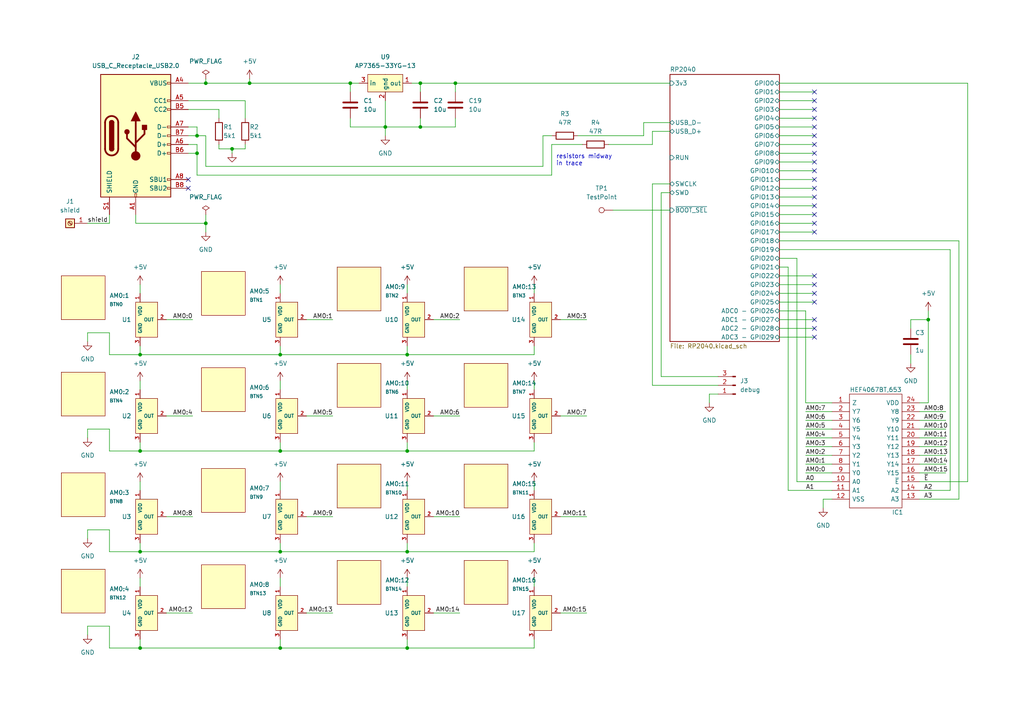
<source format=kicad_sch>
(kicad_sch (version 20211123) (generator eeschema)
  (paper "A4")
  (lib_symbols
    (symbol "49e:Hall_Sensor" (pin_names (offset 1.016))
      (property "Reference" "U?" (at -4.5212 0.9652 0))
      (symbol "Hall_Sensor_0_1"
        (rectangle (start -3.81 5.08) (end 2.54 -5.08) (fill (type background)))
      )
      (symbol "Hall_Sensor_1_1"
        (pin power_in line (at -2.54 7.62 270) (length 2.54) (name "VDD") (number "1"))
        (pin output line (at 5.08 0 180) (length 2.54) (name "OUT") (number "2"))
        (pin power_in line (at -2.54 -7.62 90) (length 2.54) (name "GND") (number "3"))
      )
    )
    (symbol "AP7365-33YG-13:AP7365-33YG-13"
      (property "Reference" "U" (at 1.27 -3.81 0))
      (property "Value" "AP7365-33YG-13" (at 1.27 3.81 0))
      (symbol "AP7365-33YG-13_0_1"
        (rectangle (start 0 2.54) (end 0 2.54))
        (rectangle (start 5.08 -2.54) (end -5.08 2.54) (fill (type background)))
      )
      (symbol "AP7365-33YG-13_1_1"
        (pin power_out line (at 7.62 0 180) (length 2.54) (name "out") (number "1"))
        (pin power_in line (at 0 -5.08 90) (length 2.54) (name "gnd") (number "2"))
        (pin power_in line (at -7.62 0 0) (length 2.54) (name "in") (number "3"))
      )
    )
    (symbol "Connector:Conn_01x03_Male" (pin_names (offset 1.016) hide)
      (property "Reference" "J" (at 0 5.08 0))
      (property "Value" "Conn_01x03_Male" (at 0 -5.08 0))
      (symbol "Conn_01x03_Male_1_1"
        (polyline (pts (xy 1.27 -2.54) (xy 0.8636 -2.54)) (stroke (width 0.1524)))
        (polyline (pts (xy 1.27 0) (xy 0.8636 0)) (stroke (width 0.1524)))
        (polyline (pts (xy 1.27 2.54) (xy 0.8636 2.54)) (stroke (width 0.1524)))
        (rectangle (start 0.8636 -2.413) (end 0 -2.667) (stroke (width 0.1524)) (fill (type outline)))
        (rectangle (start 0.8636 0.127) (end 0 -0.127) (stroke (width 0.1524)) (fill (type outline)))
        (rectangle (start 0.8636 2.667) (end 0 2.413) (stroke (width 0.1524)) (fill (type outline)))
        (pin passive line (at 5.08 2.54 180) (length 3.81) (name "Pin_1") (number "1"))
        (pin passive line (at 5.08 0 180) (length 3.81) (name "Pin_2") (number "2"))
        (pin passive line (at 5.08 -2.54 180) (length 3.81) (name "Pin_3") (number "3"))
      )
    )
    (symbol "Connector:Screw_Terminal_01x01" (pin_names (offset 1.016) hide)
      (property "Reference" "J" (at 0 2.54 0))
      (property "Value" "Screw_Terminal_01x01" (at 0 -2.54 0))
      (symbol "Screw_Terminal_01x01_1_1"
        (rectangle (start -1.27 1.27) (end 1.27 -1.27) (stroke (width 0.254)) (fill (type background)))
        (polyline (pts (xy -0.5334 0.3302) (xy 0.3302 -0.508)) (stroke (width 0.1524)))
        (polyline (pts (xy -0.3556 0.508) (xy 0.508 -0.3302)) (stroke (width 0.1524)))
        (circle (center 0 0) (radius 0.635) (stroke (width 0.1524)))
        (pin passive line (at -5.08 0 0) (length 3.81) (name "Pin_1") (number "1"))
      )
    )
    (symbol "Connector:TestPoint" (pin_numbers hide) (pin_names (offset 0.762) hide)
      (property "Reference" "TP" (at 0 6.858 0))
      (property "Value" "TestPoint" (at 0 5.08 0))
      (symbol "TestPoint_0_1"
        (circle (center 0 3.302) (radius 0.762))
      )
      (symbol "TestPoint_1_1"
        (pin passive line (at 0 0 90) (length 2.54) (name "1") (number "1"))
      )
    )
    (symbol "Connector:USB_C_Receptacle_USB2.0" (pin_names (offset 1.016))
      (property "Reference" "J" (at -10.16 19.05 0))
      (property "Value" "USB_C_Receptacle_USB2.0" (at 19.05 19.05 0))
      (symbol "USB_C_Receptacle_USB2.0_0_0"
        (rectangle (start -0.254 -17.78) (end 0.254 -16.764))
        (rectangle (start 10.16 -14.986) (end 9.144 -15.494))
        (rectangle (start 10.16 -12.446) (end 9.144 -12.954))
        (rectangle (start 10.16 -4.826) (end 9.144 -5.334))
        (rectangle (start 10.16 -2.286) (end 9.144 -2.794))
        (rectangle (start 10.16 0.254) (end 9.144 -0.254))
        (rectangle (start 10.16 2.794) (end 9.144 2.286))
        (rectangle (start 10.16 7.874) (end 9.144 7.366))
        (rectangle (start 10.16 10.414) (end 9.144 9.906))
        (rectangle (start 10.16 15.494) (end 9.144 14.986))
      )
      (symbol "USB_C_Receptacle_USB2.0_0_1"
        (rectangle (start -10.16 17.78) (end 10.16 -17.78) (stroke (width 0.254)) (fill (type background)))
        (arc (start -8.89 -3.81) (mid -6.985 -5.715) (end -5.08 -3.81) (stroke (width 0.508)))
        (arc (start -7.62 -3.81) (mid -6.985 -4.445) (end -6.35 -3.81) (stroke (width 0.254)))
        (arc (start -7.62 -3.81) (mid -6.985 -4.445) (end -6.35 -3.81) (stroke (width 0.254)) (fill (type outline)))
        (rectangle (start -7.62 -3.81) (end -6.35 3.81) (stroke (width 0.254)) (fill (type outline)))
        (arc (start -6.35 3.81) (mid -6.985 4.445) (end -7.62 3.81) (stroke (width 0.254)))
        (arc (start -6.35 3.81) (mid -6.985 4.445) (end -7.62 3.81) (stroke (width 0.254)) (fill (type outline)))
        (arc (start -5.08 3.81) (mid -6.985 5.715) (end -8.89 3.81) (stroke (width 0.508)))
        (circle (center -2.54 1.143) (radius 0.635) (stroke (width 0.254)) (fill (type outline)))
        (circle (center 0 -5.842) (radius 1.27) (fill (type outline)))
        (polyline (pts (xy -8.89 -3.81) (xy -8.89 3.81)) (stroke (width 0.508)))
        (polyline (pts (xy -5.08 3.81) (xy -5.08 -3.81)) (stroke (width 0.508)))
        (polyline (pts (xy 0 -5.842) (xy 0 4.318)) (stroke (width 0.508)))
        (polyline (pts (xy 0 -3.302) (xy -2.54 -0.762) (xy -2.54 0.508)) (stroke (width 0.508)))
        (polyline (pts (xy 0 -2.032) (xy 2.54 0.508) (xy 2.54 1.778)) (stroke (width 0.508)))
        (polyline (pts (xy -1.27 4.318) (xy 0 6.858) (xy 1.27 4.318) (xy -1.27 4.318)) (stroke (width 0.254)) (fill (type outline)))
        (rectangle (start 1.905 1.778) (end 3.175 3.048) (stroke (width 0.254)) (fill (type outline)))
      )
      (symbol "USB_C_Receptacle_USB2.0_1_1"
        (pin passive line (at 0 -22.86 90) (length 5.08) (name "GND") (number "A1"))
        (pin passive line (at 0 -22.86 90) (length 5.08) hide (name "GND") (number "A12"))
        (pin passive line (at 15.24 15.24 180) (length 5.08) (name "VBUS") (number "A4"))
        (pin bidirectional line (at 15.24 10.16 180) (length 5.08) (name "CC1") (number "A5"))
        (pin bidirectional line (at 15.24 -2.54 180) (length 5.08) (name "D+") (number "A6"))
        (pin bidirectional line (at 15.24 2.54 180) (length 5.08) (name "D-") (number "A7"))
        (pin bidirectional line (at 15.24 -12.7 180) (length 5.08) (name "SBU1") (number "A8"))
        (pin passive line (at 15.24 15.24 180) (length 5.08) hide (name "VBUS") (number "A9"))
        (pin passive line (at 0 -22.86 90) (length 5.08) hide (name "GND") (number "B1"))
        (pin passive line (at 0 -22.86 90) (length 5.08) hide (name "GND") (number "B12"))
        (pin passive line (at 15.24 15.24 180) (length 5.08) hide (name "VBUS") (number "B4"))
        (pin bidirectional line (at 15.24 7.62 180) (length 5.08) (name "CC2") (number "B5"))
        (pin bidirectional line (at 15.24 -5.08 180) (length 5.08) (name "D+") (number "B6"))
        (pin bidirectional line (at 15.24 0 180) (length 5.08) (name "D-") (number "B7"))
        (pin bidirectional line (at 15.24 -15.24 180) (length 5.08) (name "SBU2") (number "B8"))
        (pin passive line (at 15.24 15.24 180) (length 5.08) hide (name "VBUS") (number "B9"))
        (pin passive line (at -7.62 -22.86 90) (length 5.08) (name "SHIELD") (number "S1"))
      )
    )
    (symbol "Device:C" (pin_numbers hide) (pin_names (offset 0.254))
      (property "Reference" "C" (at 0.635 2.54 0))
      (property "Value" "C" (at 0.635 -2.54 0))
      (symbol "C_0_1"
        (polyline (pts (xy -2.032 -0.762) (xy 2.032 -0.762)) (stroke (width 0.508)))
        (polyline (pts (xy -2.032 0.762) (xy 2.032 0.762)) (stroke (width 0.508)))
      )
      (symbol "C_1_1"
        (pin passive line (at 0 3.81 270) (length 2.794) (name "~") (number "1"))
        (pin passive line (at 0 -3.81 90) (length 2.794) (name "~") (number "2"))
      )
    )
    (symbol "Device:R" (pin_numbers hide) (pin_names (offset 0))
      (property "Reference" "R" (at 2.032 0 90))
      (property "Value" "R" (at 0 0 90))
      (symbol "R_0_1"
        (rectangle (start -1.016 -2.54) (end 1.016 2.54) (stroke (width 0.254)))
      )
      (symbol "R_1_1"
        (pin passive line (at 0 3.81 270) (length 1.27) (name "~") (number "1"))
        (pin passive line (at 0 -3.81 90) (length 1.27) (name "~") (number "2"))
      )
    )
    (symbol "HEF4067BT_653:HEF4067BT,653" (pin_names (offset 0.762))
      (property "Reference" "IC" (at 21.59 7.62 0))
      (property "Value" "HEF4067BT,653" (at 21.59 5.08 0))
      (symbol "HEF4067BT,653_0_0"
        (pin passive line (at 0 0 0) (length 5.08) (name "Z") (number "1"))
        (pin passive line (at 0 -22.86 0) (length 5.08) (name "A0") (number "10"))
        (pin passive line (at 0 -25.4 0) (length 5.08) (name "A1") (number "11"))
        (pin passive line (at 0 -27.94 0) (length 5.08) (name "VSS") (number "12"))
        (pin passive line (at 25.4 -27.94 180) (length 5.08) (name "A3") (number "13"))
        (pin passive line (at 25.4 -25.4 180) (length 5.08) (name "A2") (number "14"))
        (pin passive line (at 25.4 -22.86 180) (length 5.08) (name "~{E}") (number "15"))
        (pin passive line (at 25.4 -20.32 180) (length 5.08) (name "Y15") (number "16"))
        (pin passive line (at 25.4 -17.78 180) (length 5.08) (name "Y14") (number "17"))
        (pin passive line (at 25.4 -15.24 180) (length 5.08) (name "Y13") (number "18"))
        (pin passive line (at 25.4 -12.7 180) (length 5.08) (name "Y12") (number "19"))
        (pin passive line (at 0 -2.54 0) (length 5.08) (name "Y7") (number "2"))
        (pin passive line (at 25.4 -10.16 180) (length 5.08) (name "Y11") (number "20"))
        (pin passive line (at 25.4 -7.62 180) (length 5.08) (name "Y10") (number "21"))
        (pin passive line (at 25.4 -5.08 180) (length 5.08) (name "Y9") (number "22"))
        (pin passive line (at 25.4 -2.54 180) (length 5.08) (name "Y8") (number "23"))
        (pin passive line (at 25.4 0 180) (length 5.08) (name "VDD") (number "24"))
        (pin passive line (at 0 -5.08 0) (length 5.08) (name "Y6") (number "3"))
        (pin passive line (at 0 -7.62 0) (length 5.08) (name "Y5") (number "4"))
        (pin passive line (at 0 -10.16 0) (length 5.08) (name "Y4") (number "5"))
        (pin passive line (at 0 -12.7 0) (length 5.08) (name "Y3") (number "6"))
        (pin passive line (at 0 -15.24 0) (length 5.08) (name "Y2") (number "7"))
        (pin passive line (at 0 -17.78 0) (length 5.08) (name "Y1") (number "8"))
        (pin passive line (at 0 -20.32 0) (length 5.08) (name "Y0") (number "9"))
      )
      (symbol "HEF4067BT,653_0_1"
        (polyline (pts (xy 5.08 2.54) (xy 20.32 2.54) (xy 20.32 -30.48) (xy 5.08 -30.48) (xy 5.08 2.54)) (stroke (width 0.1524)))
      )
    )
    (symbol "power:+5V" (power) (pin_names (offset 0))
      (property "Value" "+5V" (at 0 3.556 0))
      (symbol "+5V_0_1"
        (polyline (pts (xy -0.762 1.27) (xy 0 2.54)))
        (polyline (pts (xy 0 0) (xy 0 2.54)))
        (polyline (pts (xy 0 2.54) (xy 0.762 1.27)))
      )
      (symbol "+5V_1_1"
        (pin power_in line (at 0 0 90) (length 0) hide (name "+5V") (number "1"))
      )
    )
    (symbol "power:GND" (power) (pin_names (offset 0))
      (property "Value" "GND" (at 0 -3.81 0))
      (symbol "GND_0_1"
        (polyline (pts (xy 0 0) (xy 0 -1.27) (xy 1.27 -1.27) (xy 0 -2.54) (xy -1.27 -1.27) (xy 0 -1.27)))
      )
      (symbol "GND_1_1"
        (pin power_in line (at 0 0 270) (length 0) hide (name "GND") (number "1"))
      )
    )
    (symbol "power:PWR_FLAG" (power) (pin_numbers hide) (pin_names (offset 0) hide)
      (property "Value" "PWR_FLAG" (at 0 3.81 0))
      (symbol "PWR_FLAG_0_0"
        (pin power_out line (at 0 0 90) (length 0) (name "pwr") (number "1"))
      )
      (symbol "PWR_FLAG_0_1"
        (polyline (pts (xy 0 0) (xy 0 1.27) (xy -1.016 1.905) (xy 0 2.54) (xy 1.016 1.905) (xy 0 1.27)))
      )
    )
    (symbol "voidswitch:VoidSwitch" (pin_names (offset 1.016)) (in_bom no)
      (property "Reference" "AM0:0" (at 0 -2.54 0))
      (property "Value" "VoidSwitch" (at 0 2.54 0))
      (symbol "VoidSwitch_0_1"
        (rectangle (start -6.35 6.35) (end 6.35 -6.35) (fill (type background)))
      )
    )
  )
  (junction (at 57.15 44.45))
  (junction (at 101.6 24.13))
  (junction (at 118.11 130.81))
  (junction (at 67.31 43.18))
  (junction (at 111.76 36.83))
  (junction (at 40.64 102.87))
  (junction (at 59.69 64.77))
  (junction (at 121.92 24.13))
  (junction (at 57.15 39.37))
  (junction (at 118.11 187.96))
  (junction (at 59.69 24.13))
  (junction (at 40.64 160.02))
  (junction (at 81.28 160.02))
  (junction (at 121.92 36.83))
  (junction (at 269.24 92.71))
  (junction (at 40.64 130.81))
  (junction (at 72.39 24.13))
  (junction (at 81.28 187.96))
  (junction (at 81.28 102.87))
  (junction (at 40.64 187.96))
  (junction (at 118.11 102.87))
  (junction (at 81.28 130.81))
  (junction (at 118.11 160.02))
  (junction (at 132.08 24.13))
  (no_connect (at 236.22 64.77))
  (no_connect (at 236.22 62.23))
  (no_connect (at 236.22 46.99))
  (no_connect (at 236.22 52.07))
  (no_connect (at 236.22 49.53))
  (no_connect (at 236.22 87.63))
  (no_connect (at 236.22 97.79))
  (no_connect (at 236.22 59.69))
  (no_connect (at 236.22 82.55))
  (no_connect (at 236.22 31.75))
  (no_connect (at 236.22 92.71))
  (no_connect (at 236.22 95.25))
  (no_connect (at 236.22 85.09))
  (no_connect (at 236.22 44.45))
  (no_connect (at 236.22 67.31))
  (no_connect (at 236.22 41.91))
  (no_connect (at 236.22 80.01))
  (no_connect (at 236.22 29.21))
  (no_connect (at 236.22 39.37))
  (no_connect (at 236.22 34.29))
  (no_connect (at 236.22 54.61))
  (no_connect (at 54.61 54.61))
  (no_connect (at 54.61 52.07))
  (no_connect (at 236.22 57.15))
  (no_connect (at 236.22 26.67))
  (no_connect (at 236.22 36.83))
  (wire (pts (xy 133.35 120.65) (xy 125.73 120.65)))
  (wire (pts (xy 154.94 187.96) (xy 154.94 185.42)))
  (wire (pts (xy 25.4 96.52) (xy 25.4 99.06)))
  (wire (pts (xy 59.69 39.37) (xy 59.69 48.26)))
  (wire (pts (xy 25.4 64.77) (xy 31.75 64.77)))
  (wire (pts (xy 111.76 36.83) (xy 121.92 36.83)))
  (wire (pts (xy 241.3 116.84) (xy 233.68 116.84)))
  (wire (pts (xy 189.23 111.76) (xy 189.23 53.34)))
  (wire (pts (xy 63.5 34.29) (xy 63.5 31.75)))
  (wire (pts (xy 118.11 160.02) (xy 118.11 157.48)))
  (wire (pts (xy 241.3 142.24) (xy 228.6 142.24)))
  (wire (pts (xy 96.52 92.71) (xy 88.9 92.71)))
  (wire (pts (xy 226.06 49.53) (xy 236.22 49.53)))
  (wire (pts (xy 226.06 64.77) (xy 236.22 64.77)))
  (wire (pts (xy 118.11 102.87) (xy 154.94 102.87)))
  (wire (pts (xy 55.88 92.71) (xy 48.26 92.71)))
  (wire (pts (xy 226.06 41.91) (xy 236.22 41.91)))
  (wire (pts (xy 233.68 116.84) (xy 233.68 90.17)))
  (wire (pts (xy 226.06 57.15) (xy 236.22 57.15)))
  (wire (pts (xy 170.18 177.8) (xy 162.56 177.8)))
  (wire (pts (xy 266.7 124.46) (xy 274.32 124.46)))
  (wire (pts (xy 54.61 39.37) (xy 57.15 39.37)))
  (wire (pts (xy 189.23 53.34) (xy 194.31 53.34)))
  (wire (pts (xy 157.48 48.26) (xy 157.48 39.37)))
  (wire (pts (xy 57.15 39.37) (xy 57.15 36.83)))
  (wire (pts (xy 40.64 160.02) (xy 81.28 160.02)))
  (wire (pts (xy 55.88 120.65) (xy 48.26 120.65)))
  (wire (pts (xy 266.7 134.62) (xy 274.32 134.62)))
  (wire (pts (xy 96.52 149.86) (xy 88.9 149.86)))
  (wire (pts (xy 31.75 102.87) (xy 40.64 102.87)))
  (wire (pts (xy 96.52 177.8) (xy 88.9 177.8)))
  (wire (pts (xy 226.06 46.99) (xy 236.22 46.99)))
  (wire (pts (xy 40.64 167.64) (xy 40.64 170.18)))
  (wire (pts (xy 226.06 85.09) (xy 236.22 85.09)))
  (wire (pts (xy 81.28 100.33) (xy 81.28 102.87)))
  (wire (pts (xy 233.68 90.17) (xy 226.06 90.17)))
  (wire (pts (xy 81.28 130.81) (xy 81.28 128.27)))
  (wire (pts (xy 226.06 74.93) (xy 231.14 74.93)))
  (wire (pts (xy 101.6 24.13) (xy 101.6 26.67)))
  (wire (pts (xy 25.4 153.67) (xy 25.4 156.21)))
  (wire (pts (xy 177.8 60.96) (xy 194.31 60.96)))
  (wire (pts (xy 233.68 127) (xy 241.3 127)))
  (wire (pts (xy 40.64 185.42) (xy 40.64 187.96)))
  (wire (pts (xy 63.5 41.91) (xy 63.5 43.18)))
  (wire (pts (xy 67.31 43.18) (xy 63.5 43.18)))
  (wire (pts (xy 233.68 132.08) (xy 241.3 132.08)))
  (wire (pts (xy 111.76 36.83) (xy 111.76 39.37)))
  (wire (pts (xy 132.08 34.29) (xy 132.08 36.83)))
  (wire (pts (xy 57.15 50.8) (xy 160.02 50.8)))
  (wire (pts (xy 167.64 39.37) (xy 186.69 39.37)))
  (wire (pts (xy 31.75 187.96) (xy 40.64 187.96)))
  (wire (pts (xy 132.08 36.83) (xy 121.92 36.83)))
  (wire (pts (xy 266.7 137.16) (xy 274.32 137.16)))
  (wire (pts (xy 111.76 36.83) (xy 101.6 36.83)))
  (wire (pts (xy 25.4 181.61) (xy 25.4 184.15)))
  (wire (pts (xy 157.48 39.37) (xy 160.02 39.37)))
  (wire (pts (xy 275.59 72.39) (xy 275.59 142.24)))
  (wire (pts (xy 57.15 50.8) (xy 57.15 44.45)))
  (wire (pts (xy 228.6 77.47) (xy 228.6 142.24)))
  (wire (pts (xy 121.92 24.13) (xy 119.38 24.13)))
  (wire (pts (xy 54.61 29.21) (xy 71.12 29.21)))
  (wire (pts (xy 118.11 139.7) (xy 118.11 142.24)))
  (wire (pts (xy 269.24 90.17) (xy 269.24 92.71)))
  (wire (pts (xy 81.28 102.87) (xy 118.11 102.87)))
  (wire (pts (xy 280.67 24.13) (xy 226.06 24.13)))
  (wire (pts (xy 226.06 34.29) (xy 236.22 34.29)))
  (wire (pts (xy 266.7 129.54) (xy 274.32 129.54)))
  (wire (pts (xy 238.76 144.78) (xy 241.3 144.78)))
  (wire (pts (xy 72.39 24.13) (xy 101.6 24.13)))
  (wire (pts (xy 57.15 39.37) (xy 59.69 39.37)))
  (wire (pts (xy 170.18 92.71) (xy 162.56 92.71)))
  (wire (pts (xy 118.11 187.96) (xy 154.94 187.96)))
  (wire (pts (xy 118.11 110.49) (xy 118.11 113.03)))
  (wire (pts (xy 25.4 124.46) (xy 25.4 127)))
  (wire (pts (xy 133.35 149.86) (xy 125.73 149.86)))
  (wire (pts (xy 71.12 41.91) (xy 71.12 43.18)))
  (wire (pts (xy 104.14 24.13) (xy 101.6 24.13)))
  (wire (pts (xy 160.02 41.91) (xy 168.91 41.91)))
  (wire (pts (xy 31.75 64.77) (xy 31.75 62.23)))
  (wire (pts (xy 57.15 44.45) (xy 54.61 44.45)))
  (wire (pts (xy 59.69 48.26) (xy 157.48 48.26)))
  (wire (pts (xy 59.69 22.86) (xy 59.69 24.13)))
  (wire (pts (xy 81.28 130.81) (xy 118.11 130.81)))
  (wire (pts (xy 40.64 102.87) (xy 81.28 102.87)))
  (wire (pts (xy 170.18 149.86) (xy 162.56 149.86)))
  (wire (pts (xy 118.11 102.87) (xy 118.11 100.33)))
  (wire (pts (xy 59.69 62.23) (xy 59.69 64.77)))
  (wire (pts (xy 191.77 109.22) (xy 191.77 55.88)))
  (wire (pts (xy 133.35 92.71) (xy 125.73 92.71)))
  (wire (pts (xy 31.75 96.52) (xy 31.75 102.87)))
  (wire (pts (xy 226.06 67.31) (xy 236.22 67.31)))
  (wire (pts (xy 40.64 128.27) (xy 40.64 130.81)))
  (wire (pts (xy 208.28 109.22) (xy 191.77 109.22)))
  (wire (pts (xy 226.06 36.83) (xy 236.22 36.83)))
  (wire (pts (xy 266.7 132.08) (xy 274.32 132.08)))
  (wire (pts (xy 208.28 111.76) (xy 189.23 111.76)))
  (wire (pts (xy 40.64 82.55) (xy 40.64 85.09)))
  (wire (pts (xy 226.06 95.25) (xy 236.22 95.25)))
  (wire (pts (xy 176.53 41.91) (xy 189.23 41.91)))
  (wire (pts (xy 226.06 39.37) (xy 236.22 39.37)))
  (wire (pts (xy 154.94 167.64) (xy 154.94 170.18)))
  (wire (pts (xy 226.06 80.01) (xy 236.22 80.01)))
  (wire (pts (xy 191.77 55.88) (xy 194.31 55.88)))
  (wire (pts (xy 264.16 95.25) (xy 264.16 92.71)))
  (wire (pts (xy 118.11 187.96) (xy 118.11 185.42)))
  (wire (pts (xy 226.06 97.79) (xy 236.22 97.79)))
  (wire (pts (xy 226.06 69.85) (xy 278.13 69.85)))
  (wire (pts (xy 40.64 100.33) (xy 40.64 102.87)))
  (wire (pts (xy 31.75 160.02) (xy 40.64 160.02)))
  (wire (pts (xy 160.02 50.8) (xy 160.02 41.91)))
  (wire (pts (xy 118.11 167.64) (xy 118.11 170.18)))
  (wire (pts (xy 67.31 43.18) (xy 71.12 43.18)))
  (wire (pts (xy 40.64 139.7) (xy 40.64 142.24)))
  (wire (pts (xy 121.92 36.83) (xy 121.92 34.29)))
  (wire (pts (xy 81.28 167.64) (xy 81.28 170.18)))
  (wire (pts (xy 233.68 124.46) (xy 241.3 124.46)))
  (wire (pts (xy 226.06 62.23) (xy 236.22 62.23)))
  (wire (pts (xy 266.7 127) (xy 274.32 127)))
  (wire (pts (xy 241.3 139.7) (xy 231.14 139.7)))
  (wire (pts (xy 81.28 82.55) (xy 81.28 85.09)))
  (wire (pts (xy 226.06 82.55) (xy 236.22 82.55)))
  (wire (pts (xy 71.12 29.21) (xy 71.12 34.29)))
  (wire (pts (xy 25.4 124.46) (xy 31.75 124.46)))
  (wire (pts (xy 226.06 54.61) (xy 236.22 54.61)))
  (wire (pts (xy 118.11 82.55) (xy 118.11 85.09)))
  (wire (pts (xy 266.7 139.7) (xy 280.67 139.7)))
  (wire (pts (xy 154.94 110.49) (xy 154.94 113.03)))
  (wire (pts (xy 280.67 139.7) (xy 280.67 24.13)))
  (wire (pts (xy 226.06 44.45) (xy 236.22 44.45)))
  (wire (pts (xy 39.37 62.23) (xy 39.37 64.77)))
  (wire (pts (xy 25.4 181.61) (xy 31.75 181.61)))
  (wire (pts (xy 226.06 52.07) (xy 236.22 52.07)))
  (wire (pts (xy 233.68 129.54) (xy 241.3 129.54)))
  (wire (pts (xy 40.64 157.48) (xy 40.64 160.02)))
  (wire (pts (xy 266.7 116.84) (xy 269.24 116.84)))
  (wire (pts (xy 189.23 38.1) (xy 194.31 38.1)))
  (wire (pts (xy 72.39 22.86) (xy 72.39 24.13)))
  (wire (pts (xy 81.28 110.49) (xy 81.28 113.03)))
  (wire (pts (xy 266.7 121.92) (xy 274.32 121.92)))
  (wire (pts (xy 266.7 144.78) (xy 278.13 144.78)))
  (wire (pts (xy 132.08 24.13) (xy 194.31 24.13)))
  (wire (pts (xy 233.68 121.92) (xy 241.3 121.92)))
  (wire (pts (xy 233.68 119.38) (xy 241.3 119.38)))
  (wire (pts (xy 101.6 36.83) (xy 101.6 34.29)))
  (wire (pts (xy 154.94 130.81) (xy 154.94 128.27)))
  (wire (pts (xy 231.14 139.7) (xy 231.14 74.93)))
  (wire (pts (xy 40.64 110.49) (xy 40.64 113.03)))
  (wire (pts (xy 275.59 72.39) (xy 226.06 72.39)))
  (wire (pts (xy 54.61 41.91) (xy 57.15 41.91)))
  (wire (pts (xy 31.75 130.81) (xy 40.64 130.81)))
  (wire (pts (xy 55.88 177.8) (xy 48.26 177.8)))
  (wire (pts (xy 226.06 59.69) (xy 236.22 59.69)))
  (wire (pts (xy 54.61 24.13) (xy 59.69 24.13)))
  (wire (pts (xy 186.69 39.37) (xy 186.69 35.56)))
  (wire (pts (xy 226.06 77.47) (xy 228.6 77.47)))
  (wire (pts (xy 57.15 36.83) (xy 54.61 36.83)))
  (wire (pts (xy 154.94 139.7) (xy 154.94 142.24)))
  (wire (pts (xy 31.75 153.67) (xy 31.75 160.02)))
  (wire (pts (xy 205.74 116.84) (xy 205.74 114.3)))
  (wire (pts (xy 57.15 41.91) (xy 57.15 44.45)))
  (wire (pts (xy 226.06 87.63) (xy 236.22 87.63)))
  (wire (pts (xy 238.76 147.32) (xy 238.76 144.78)))
  (wire (pts (xy 205.74 114.3) (xy 208.28 114.3)))
  (wire (pts (xy 59.69 24.13) (xy 72.39 24.13)))
  (wire (pts (xy 266.7 119.38) (xy 274.32 119.38)))
  (wire (pts (xy 226.06 92.71) (xy 236.22 92.71)))
  (wire (pts (xy 189.23 41.91) (xy 189.23 38.1)))
  (wire (pts (xy 40.64 187.96) (xy 81.28 187.96)))
  (wire (pts (xy 154.94 102.87) (xy 154.94 100.33)))
  (wire (pts (xy 39.37 64.77) (xy 59.69 64.77)))
  (wire (pts (xy 81.28 160.02) (xy 81.28 157.48)))
  (wire (pts (xy 121.92 26.67) (xy 121.92 24.13)))
  (wire (pts (xy 25.4 96.52) (xy 31.75 96.52)))
  (wire (pts (xy 96.52 120.65) (xy 88.9 120.65)))
  (wire (pts (xy 269.24 92.71) (xy 269.24 116.84)))
  (wire (pts (xy 63.5 31.75) (xy 54.61 31.75)))
  (wire (pts (xy 226.06 31.75) (xy 236.22 31.75)))
  (wire (pts (xy 59.69 64.77) (xy 59.69 67.31)))
  (wire (pts (xy 264.16 102.87) (xy 264.16 105.41)))
  (wire (pts (xy 67.31 43.18) (xy 67.31 44.45)))
  (wire (pts (xy 133.35 177.8) (xy 125.73 177.8)))
  (wire (pts (xy 266.7 142.24) (xy 275.59 142.24)))
  (wire (pts (xy 40.64 130.81) (xy 81.28 130.81)))
  (wire (pts (xy 31.75 124.46) (xy 31.75 130.81)))
  (wire (pts (xy 170.18 120.65) (xy 162.56 120.65)))
  (wire (pts (xy 132.08 24.13) (xy 132.08 26.67)))
  (wire (pts (xy 81.28 160.02) (xy 118.11 160.02)))
  (wire (pts (xy 264.16 92.71) (xy 269.24 92.71)))
  (wire (pts (xy 81.28 187.96) (xy 118.11 187.96)))
  (wire (pts (xy 118.11 130.81) (xy 118.11 128.27)))
  (wire (pts (xy 55.88 149.86) (xy 48.26 149.86)))
  (wire (pts (xy 81.28 187.96) (xy 81.28 185.42)))
  (wire (pts (xy 81.28 139.7) (xy 81.28 142.24)))
  (wire (pts (xy 226.06 26.67) (xy 236.22 26.67)))
  (wire (pts (xy 118.11 160.02) (xy 154.94 160.02)))
  (wire (pts (xy 186.69 35.56) (xy 194.31 35.56)))
  (wire (pts (xy 233.68 134.62) (xy 241.3 134.62)))
  (wire (pts (xy 233.68 137.16) (xy 241.3 137.16)))
  (wire (pts (xy 31.75 181.61) (xy 31.75 187.96)))
  (wire (pts (xy 121.92 24.13) (xy 132.08 24.13)))
  (wire (pts (xy 226.06 29.21) (xy 236.22 29.21)))
  (wire (pts (xy 278.13 69.85) (xy 278.13 144.78)))
  (wire (pts (xy 25.4 153.67) (xy 31.75 153.67)))
  (wire (pts (xy 118.11 130.81) (xy 154.94 130.81)))
  (wire (pts (xy 154.94 82.55) (xy 154.94 85.09)))
  (wire (pts (xy 111.76 29.21) (xy 111.76 36.83)))
  (wire (pts (xy 154.94 160.02) (xy 154.94 157.48)))
  (text "resistors midway\nin trace" (at 161.29 48.26 0) (effects (font (size 1.27 1.27)) (justify left bottom)))
  (label "AM0:9" (at 96.52 149.86 180))
  (label "AM0:5" (at 96.52 120.65 180))
  (label "AM0:6" (at 133.35 120.65 180))
  (label "AM0:12" (at 267.97 129.54 0))
  (label "AM0:6" (at 233.68 121.92 0))
  (label "AM0:1" (at 96.52 92.71 180))
  (label "A3" (at 267.97 144.78 0))
  (label "AM0:14" (at 267.97 134.62 0))
  (label "A0" (at 233.7022 139.7 0))
  (label "AM0:10" (at 133.35 149.86 180))
  (label "AM0:11" (at 267.97 127 0))
  (label "shield" (at 25.4 64.77 0))
  (label "AM0:8" (at 267.97 119.38 0))
  (label "AM0:13" (at 267.97 132.08 0))
  (label "~{E}" (at 267.97 139.7 0))
  (label "AM0:5" (at 233.68 124.46 0))
  (label "AM0:0" (at 55.88 92.71 180))
  (label "AM0:15" (at 170.18 177.8 180))
  (label "AM0:3" (at 233.68 129.54 0))
  (label "AM0:1" (at 233.68 134.62 0))
  (label "AM0:4" (at 55.88 120.65 180))
  (label "AM0:3" (at 170.18 92.71 180))
  (label "AM0:10" (at 267.97 124.46 0))
  (label "AM0:9" (at 267.97 121.92 0))
  (label "A2" (at 267.97 142.24 0))
  (label "AM0:0" (at 233.68 137.16 0))
  (label "AM0:7" (at 170.18 120.65 180))
  (label "A1" (at 233.7022 142.24 0))
  (label "AM0:13" (at 96.52 177.8 180))
  (label "AM0:2" (at 233.68 132.08 0))
  (label "AM0:7" (at 233.68 119.38 0))
  (label "AM0:2" (at 133.35 92.71 180))
  (label "AM0:11" (at 170.18 149.86 180))
  (label "AM0:8" (at 55.88 149.86 180))
  (label "AM0:12" (at 55.88 177.8 180))
  (label "AM0:15" (at 267.97 137.16 0))
  (label "AM0:4" (at 233.68 127 0))
  (label "AM0:14" (at 133.35 177.8 180))
  (symbol (lib_id "Device:R") (at 172.72 41.91 90) (unit 1)
    (property "Reference" "R4" (at 172.72 35.56 90))
    (property "Value" "47R" (at 172.72 38.1 90))
    (property "Footprint" "Resistor_SMD:R_0805_2012Metric" (effects hide))
  )
  (symbol (lib_id "49e:Hall_Sensor") (at 43.18 149.86 0) (unit 1)
    (property "Reference" "U3" (at 38.1 149.8599 0) (effects (justify right)))
    (property "Value" "Hall_Sensor" (effects hide))
    (property "Footprint" "Package_TO_SOT_SMD:SOT-23" (effects hide))
    (property "LCSC Part" "C266230" (effects hide))
    (property "MPN" "GH39FKSW" (effects hide))
    (property "Notes" "Alternate part: OH49E-S (C85573)" (effects hide))
  )
  (symbol (lib_id "power:GND") (at 238.76 147.32 0) (unit 1)
    (property "Reference" "#PWR026" (effects hide))
    (property "Value" "GND" (at 238.76 152.4 0))
  )
  (symbol (lib_id "power:GND") (at 59.69 67.31 0) (unit 1)
    (property "Reference" "#PWR09" (effects hide))
    (property "Value" "GND" (at 59.69 72.39 0))
  )
  (symbol (lib_id "Connector:TestPoint") (at 177.8 60.96 90) (unit 1)
    (property "Reference" "TP1" (at 174.498 54.61 90))
    (property "Value" "TestPoint" (at 174.498 57.15 90))
    (property "Footprint" "Connector_PinHeader_2.54mm:PinHeader_1x01_P2.54mm_Vertical" (effects hide))
  )
  (symbol (lib_id "power:+5V") (at 40.64 167.64 0) (unit 1)
    (property "Reference" "#PWR08" (effects hide))
    (property "Value" "+5V" (at 40.64 162.56 0))
  )
  (symbol (lib_id "49e:Hall_Sensor") (at 120.65 120.65 0) (unit 1)
    (property "Reference" "U11" (at 115.57 120.6499 0) (effects (justify right)))
    (property "Value" "Hall_Sensor" (effects hide))
    (property "Footprint" "Package_TO_SOT_SMD:SOT-23" (effects hide))
    (property "LCSC Part" "C266230" (effects hide))
    (property "MPN" "GH39FKSW" (effects hide))
    (property "Notes" "Alternate part: OH49E-S (C85573)" (effects hide))
  )
  (symbol (lib_id "power:GND") (at 205.74 116.84 0) (unit 1)
    (property "Reference" "#PWR025" (effects hide))
    (property "Value" "GND" (at 205.74 121.92 0))
  )
  (symbol (lib_id "49e:Hall_Sensor") (at 157.48 92.71 0) (unit 1)
    (property "Reference" "U14" (at 152.4 92.7099 0) (effects (justify right)))
    (property "Value" "Hall_Sensor" (effects hide))
    (property "Footprint" "Package_TO_SOT_SMD:SOT-23" (effects hide))
    (property "LCSC Part" "C266230" (effects hide))
    (property "MPN" "GH39FKSW" (effects hide))
    (property "Notes" "Alternate part: OH49E-S (C85573)" (effects hide))
  )
  (symbol (lib_id "voidswitch:VoidSwitch") (at 64.77 142.24 0) (unit 1) (in_bom no)
    (property "Reference" "AM0:7" (at 72.39 141.6049 0) (effects (justify left)))
    (property "Value" "BTN9" (at 72.39 144.1449 0) (effects (font (size 0.9906 0.9906)) (justify left)))
    (property "Footprint" "void_switch:VoidSwitch_1u_SMD" (effects hide))
    (property "NOTE" "Replace \"AM0:0\" with the actual MUX pin" (effects hide))
  )
  (symbol (lib_id "49e:Hall_Sensor") (at 83.82 177.8 0) (unit 1)
    (property "Reference" "U8" (at 78.74 177.7999 0) (effects (justify right)))
    (property "Value" "Hall_Sensor" (effects hide))
    (property "Footprint" "Package_TO_SOT_SMD:SOT-23" (effects hide))
    (property "LCSC Part" "C266230" (effects hide))
    (property "MPN" "GH39FKSW" (effects hide))
    (property "Notes" "Alternate part: OH49E-S (C85573)" (effects hide))
  )
  (symbol (lib_id "voidswitch:VoidSwitch") (at 64.77 85.09 0) (unit 1) (in_bom no)
    (property "Reference" "AM0:5" (at 72.39 84.4549 0) (effects (justify left)))
    (property "Value" "BTN1" (at 72.39 86.9949 0) (effects (font (size 0.9906 0.9906)) (justify left)))
    (property "Footprint" "void_switch:VoidSwitch_1u_SMD" (effects hide))
    (property "NOTE" "Replace \"AM0:0\" with the actual MUX pin" (effects hide))
  )
  (symbol (lib_id "power:+5V") (at 40.64 82.55 0) (unit 1)
    (property "Reference" "#PWR05" (effects hide))
    (property "Value" "+5V" (at 40.64 77.47 0))
  )
  (symbol (lib_id "Device:R") (at 163.83 39.37 90) (unit 1)
    (property "Reference" "R3" (at 163.83 33.02 90))
    (property "Value" "47R" (at 163.83 35.56 90))
    (property "Footprint" "Resistor_SMD:R_0805_2012Metric" (effects hide))
  )
  (symbol (lib_id "Device:C") (at 132.08 30.48 0) (unit 1)
    (property "Reference" "C19" (at 135.89 29.2099 0) (effects (justify left)))
    (property "Value" "10u" (at 135.89 31.7499 0) (effects (justify left)))
    (property "Footprint" "Capacitor_SMD:C_0805_2012Metric" (effects hide))
  )
  (symbol (lib_id "power:GND") (at 264.16 105.41 0) (unit 1)
    (property "Reference" "#PWR027" (effects hide))
    (property "Value" "GND" (at 264.16 110.49 0))
  )
  (symbol (lib_id "voidswitch:VoidSwitch") (at 24.13 171.45 0) (unit 1) (in_bom no)
    (property "Reference" "AM0:4" (at 31.75 170.8149 0) (effects (justify left)))
    (property "Value" "BTN12" (at 31.75 173.3549 0) (effects (font (size 0.9906 0.9906)) (justify left)))
    (property "Footprint" "void_switch:VoidSwitch_1u_SMD" (effects hide))
    (property "NOTE" "Replace \"AM0:0\" with the actual MUX pin" (effects hide))
  )
  (symbol (lib_id "power:+5V") (at 40.64 110.49 0) (unit 1)
    (property "Reference" "#PWR06" (effects hide))
    (property "Value" "+5V" (at 40.64 105.41 0))
  )
  (symbol (lib_id "power:+5V") (at 118.11 167.64 0) (unit 1)
    (property "Reference" "#PWR020" (effects hide))
    (property "Value" "+5V" (at 118.11 162.56 0))
  )
  (symbol (lib_id "voidswitch:VoidSwitch") (at 140.97 111.76 0) (unit 1) (in_bom no)
    (property "Reference" "AM0:14" (at 148.59 111.1249 0) (effects (justify left)))
    (property "Value" "BTN7" (at 148.59 113.6649 0) (effects (font (size 0.9906 0.9906)) (justify left)))
    (property "Footprint" "void_switch:VoidSwitch_1u_SMD" (effects hide))
    (property "NOTE" "Replace \"AM0:0\" with the actual MUX pin" (effects hide))
  )
  (symbol (lib_id "power:+5V") (at 81.28 139.7 0) (unit 1)
    (property "Reference" "#PWR014" (effects hide))
    (property "Value" "+5V" (at 81.28 134.62 0))
  )
  (symbol (lib_id "49e:Hall_Sensor") (at 120.65 177.8 0) (unit 1)
    (property "Reference" "U13" (at 115.57 177.7999 0) (effects (justify right)))
    (property "Value" "Hall_Sensor" (effects hide))
    (property "Footprint" "Package_TO_SOT_SMD:SOT-23" (effects hide))
    (property "LCSC Part" "C266230" (effects hide))
    (property "MPN" "GH39FKSW" (effects hide))
    (property "Notes" "Alternate part: OH49E-S (C85573)" (effects hide))
  )
  (symbol (lib_id "power:PWR_FLAG") (at 59.69 22.86 0) (unit 1)
    (property "Reference" "#FLG01" (effects hide))
    (property "Value" "PWR_FLAG" (at 59.69 17.78 0))
  )
  (symbol (lib_id "power:GND") (at 25.4 184.15 0) (unit 1)
    (property "Reference" "#PWR04" (effects hide))
    (property "Value" "GND" (at 25.4 189.23 0))
  )
  (symbol (lib_id "49e:Hall_Sensor") (at 83.82 92.71 0) (unit 1)
    (property "Reference" "U5" (at 78.74 92.7099 0) (effects (justify right)))
    (property "Value" "Hall_Sensor" (effects hide))
    (property "Footprint" "Package_TO_SOT_SMD:SOT-23" (effects hide))
    (property "LCSC Part" "C266230" (effects hide))
    (property "MPN" "GH39FKSW" (effects hide))
    (property "Notes" "Alternate part: OH49E-S (C85573)" (effects hide))
  )
  (symbol (lib_id "voidswitch:VoidSwitch") (at 104.14 140.97 0) (unit 1) (in_bom no)
    (property "Reference" "AM0:11" (at 111.76 140.3349 0) (effects (justify left)))
    (property "Value" "BTN10" (at 111.76 142.8749 0) (effects (font (size 0.9906 0.9906)) (justify left)))
    (property "Footprint" "void_switch:VoidSwitch_1u_SMD" (effects hide))
    (property "NOTE" "Replace \"AM0:0\" with the actual MUX pin" (effects hide))
  )
  (symbol (lib_id "49e:Hall_Sensor") (at 157.48 120.65 0) (unit 1)
    (property "Reference" "U15" (at 152.4 120.6499 0) (effects (justify right)))
    (property "Value" "Hall_Sensor" (effects hide))
    (property "Footprint" "Package_TO_SOT_SMD:SOT-23" (effects hide))
    (property "LCSC Part" "C266230" (effects hide))
    (property "MPN" "GH39FKSW" (effects hide))
    (property "Notes" "Alternate part: OH49E-S (C85573)" (effects hide))
  )
  (symbol (lib_id "Connector:Screw_Terminal_01x01") (at 20.32 64.77 180) (unit 1)
    (property "Reference" "J1" (at 20.32 58.42 0))
    (property "Value" "shield" (at 20.32 60.96 0))
    (property "Footprint" "Connector_PinSocket_2.54mm:PinSocket_1x01_P2.54mm_Vertical" (effects hide))
  )
  (symbol (lib_id "power:PWR_FLAG") (at 59.69 62.23 0) (unit 1)
    (property "Reference" "#FLG02" (effects hide))
    (property "Value" "PWR_FLAG" (at 59.69 57.15 0))
  )
  (symbol (lib_id "voidswitch:VoidSwitch") (at 64.77 113.03 0) (unit 1) (in_bom no)
    (property "Reference" "AM0:6" (at 72.39 112.3949 0) (effects (justify left)))
    (property "Value" "BTN5" (at 72.39 114.9349 0) (effects (font (size 0.9906 0.9906)) (justify left)))
    (property "Footprint" "void_switch:VoidSwitch_1u_SMD" (effects hide))
    (property "NOTE" "Replace \"AM0:0\" with the actual MUX pin" (effects hide))
  )
  (symbol (lib_id "power:+5V") (at 154.94 139.7 0) (unit 1)
    (property "Reference" "#PWR023" (effects hide))
    (property "Value" "+5V" (at 154.94 134.62 0))
  )
  (symbol (lib_id "49e:Hall_Sensor") (at 157.48 149.86 0) (unit 1)
    (property "Reference" "U16" (at 152.4 149.8599 0) (effects (justify right)))
    (property "Value" "Hall_Sensor" (effects hide))
    (property "Footprint" "Package_TO_SOT_SMD:SOT-23" (effects hide))
    (property "LCSC Part" "C266230" (effects hide))
    (property "MPN" "GH39FKSW" (effects hide))
    (property "Notes" "Alternate part: OH49E-S (C85573)" (effects hide))
  )
  (symbol (lib_id "voidswitch:VoidSwitch") (at 140.97 140.97 0) (unit 1) (in_bom no)
    (property "Reference" "AM0:15" (at 148.59 140.3349 0) (effects (justify left)))
    (property "Value" "BTN11" (at 148.59 142.8749 0) (effects (font (size 0.9906 0.9906)) (justify left)))
    (property "Footprint" "void_switch:VoidSwitch_1u_SMD" (effects hide))
    (property "NOTE" "Replace \"AM0:0\" with the actual MUX pin" (effects hide))
  )
  (symbol (lib_id "power:+5V") (at 81.28 110.49 0) (unit 1)
    (property "Reference" "#PWR013" (effects hide))
    (property "Value" "+5V" (at 81.28 105.41 0))
  )
  (symbol (lib_id "power:+5V") (at 118.11 82.55 0) (unit 1)
    (property "Reference" "#PWR017" (effects hide))
    (property "Value" "+5V" (at 118.11 77.47 0))
  )
  (symbol (lib_id "Device:R") (at 63.5 38.1 0) (unit 1)
    (property "Reference" "R1" (at 64.77 36.83 0) (effects (justify left)))
    (property "Value" "5k1" (at 64.77 39.37 0) (effects (justify left)))
    (property "Footprint" "Resistor_SMD:R_0805_2012Metric" (effects hide))
  )
  (symbol (lib_id "AP7365-33YG-13:AP7365-33YG-13") (at 111.76 24.13 0) (unit 1)
    (property "Reference" "U9" (at 111.76 16.51 0))
    (property "Value" "AP7365-33YG-13" (at 111.76 19.05 0))
    (property "Footprint" "Package_TO_SOT_SMD:SOT-89-3" (effects hide))
    (property "Datasheet" "https://4donline.ihs.com/images/VipMasterIC/IC/DIOD/DIOD-S-A0003512613/DIOD-S-A0003512613-1.pdf?hkey=6D3A4C79FDBF58556ACFDE234799DDF0" (effects hide))
  )
  (symbol (lib_id "49e:Hall_Sensor") (at 83.82 120.65 0) (unit 1)
    (property "Reference" "U6" (at 78.74 120.6499 0) (effects (justify right)))
    (property "Value" "Hall_Sensor" (effects hide))
    (property "Footprint" "Package_TO_SOT_SMD:SOT-23" (effects hide))
    (property "LCSC Part" "C266230" (effects hide))
    (property "MPN" "GH39FKSW" (effects hide))
    (property "Notes" "Alternate part: OH49E-S (C85573)" (effects hide))
  )
  (symbol (lib_id "power:GND") (at 25.4 127 0) (unit 1)
    (property "Reference" "#PWR02" (effects hide))
    (property "Value" "GND" (at 25.4 132.08 0))
  )
  (symbol (lib_id "49e:Hall_Sensor") (at 83.82 149.86 0) (unit 1)
    (property "Reference" "U7" (at 78.74 149.8599 0) (effects (justify right)))
    (property "Value" "Hall_Sensor" (effects hide))
    (property "Footprint" "Package_TO_SOT_SMD:SOT-23" (effects hide))
    (property "LCSC Part" "C266230" (effects hide))
    (property "MPN" "GH39FKSW" (effects hide))
    (property "Notes" "Alternate part: OH49E-S (C85573)" (effects hide))
  )
  (symbol (lib_id "power:+5V") (at 154.94 167.64 0) (unit 1)
    (property "Reference" "#PWR024" (effects hide))
    (property "Value" "+5V" (at 154.94 162.56 0))
  )
  (symbol (lib_id "Connector:USB_C_Receptacle_USB2.0") (at 39.37 39.37 0) (unit 1)
    (property "Reference" "J2" (at 39.37 16.51 0))
    (property "Value" "USB_C_Receptacle_USB2.0" (at 39.37 19.05 0))
    (property "Footprint" "Connector_USB:USB_C_Receptacle_HRO_TYPE-C-31-M-12" (effects hide))
    (property "Datasheet" "https://www.usb.org/sites/default/files/documents/usb_type-c.zip" (effects hide))
  )
  (symbol (lib_id "HEF4067BT_653:HEF4067BT,653") (at 241.3 116.84 0) (unit 1)
    (property "Reference" "IC1" (at 260.35 148.59 0))
    (property "Value" "HEF4067BT,653" (at 254 113.03 0))
    (property "Footprint" "SOIC127P1032X265-24N" (effects hide))
    (property "Datasheet" "https://assets.nexperia.com/documents/data-sheet/HEF4067B.pdf" (effects hide))
    (property "Description" "NEXPERIA - HEF4067BT,653 - ANALOGUE MUX/DEMUX, SINGLE, 16:1, SOIC24" (effects hide))
    (property "Height" "2.65" (effects hide))
    (property "Manufacturer_Name" "Nexperia" (effects hide))
    (property "Manufacturer_Part_Number" "HEF4067BT,653" (effects hide))
    (property "Mouser Part Number" "771-HEF4067BTD-T" (effects hide))
    (property "Mouser Price/Stock" "https://www.mouser.co.uk/ProductDetail/Nexperia/HEF4067BT653?qs=me8TqzrmIYWsXenzFFV7pg%3D%3D" (effects hide))
    (property "Arrow Part Number" "HEF4067BT,653" (effects hide))
    (property "Arrow Price/Stock" "https://www.arrow.com/en/products/hef4067bt653/nexperia" (effects hide))
  )
  (symbol (lib_id "voidswitch:VoidSwitch") (at 140.97 168.91 0) (unit 1) (in_bom no)
    (property "Reference" "AM0:16" (at 148.59 168.2749 0) (effects (justify left)))
    (property "Value" "BTN15" (at 148.59 170.8149 0) (effects (font (size 0.9906 0.9906)) (justify left)))
    (property "Footprint" "void_switch:VoidSwitch_1u_SMD" (effects hide))
    (property "NOTE" "Replace \"AM0:0\" with the actual MUX pin" (effects hide))
  )
  (symbol (lib_id "voidswitch:VoidSwitch") (at 24.13 143.51 0) (unit 1) (in_bom no)
    (property "Reference" "AM0:3" (at 31.75 142.8749 0) (effects (justify left)))
    (property "Value" "BTN8" (at 31.75 145.4149 0) (effects (font (size 0.9906 0.9906)) (justify left)))
    (property "Footprint" "void_switch:VoidSwitch_1u_SMD" (effects hide))
    (property "NOTE" "Replace \"AM0:0\" with the actual MUX pin" (effects hide))
  )
  (symbol (lib_id "power:+5V") (at 81.28 82.55 0) (unit 1)
    (property "Reference" "#PWR012" (effects hide))
    (property "Value" "+5V" (at 81.28 77.47 0))
  )
  (symbol (lib_id "power:+5V") (at 154.94 110.49 0) (unit 1)
    (property "Reference" "#PWR022" (effects hide))
    (property "Value" "+5V" (at 154.94 105.41 0))
  )
  (symbol (lib_id "Connector:Conn_01x03_Male") (at 213.36 111.76 180) (unit 1)
    (property "Reference" "J3" (at 214.63 110.4899 0) (effects (justify right)))
    (property "Value" "debug" (at 214.63 113.0299 0) (effects (justify right)))
    (property "Footprint" "Connector_PinHeader_2.54mm:PinHeader_1x03_P2.54mm_Vertical" (effects hide))
  )
  (symbol (lib_id "power:+5V") (at 269.24 90.17 0) (unit 1)
    (property "Reference" "#PWR028" (effects hide))
    (property "Value" "+5V" (at 269.24 85.09 0))
  )
  (symbol (lib_id "power:+5V") (at 118.11 110.49 0) (unit 1)
    (property "Reference" "#PWR018" (effects hide))
    (property "Value" "+5V" (at 118.11 105.41 0))
  )
  (symbol (lib_id "49e:Hall_Sensor") (at 120.65 149.86 0) (unit 1)
    (property "Reference" "U12" (at 115.57 149.8599 0) (effects (justify right)))
    (property "Value" "Hall_Sensor" (effects hide))
    (property "Footprint" "Package_TO_SOT_SMD:SOT-23" (effects hide))
    (property "LCSC Part" "C266230" (effects hide))
    (property "MPN" "GH39FKSW" (effects hide))
    (property "Notes" "Alternate part: OH49E-S (C85573)" (effects hide))
  )
  (symbol (lib_id "power:+5V") (at 81.28 167.64 0) (unit 1)
    (property "Reference" "#PWR015" (effects hide))
    (property "Value" "+5V" (at 81.28 162.56 0))
  )
  (symbol (lib_id "Device:R") (at 71.12 38.1 0) (unit 1)
    (property "Reference" "R2" (at 72.39 36.83 0) (effects (justify left)))
    (property "Value" "5k1" (at 72.39 39.37 0) (effects (justify left)))
    (property "Footprint" "Resistor_SMD:R_0805_2012Metric" (effects hide))
  )
  (symbol (lib_id "voidswitch:VoidSwitch") (at 24.13 86.36 0) (unit 1) (in_bom no)
    (property "Reference" "AM0:1" (at 31.75 85.7249 0) (effects (justify left)))
    (property "Value" "BTN0" (at 31.75 88.2649 0) (effects (font (size 0.9906 0.9906)) (justify left)))
    (property "Footprint" "void_switch:VoidSwitch_1u_SMD" (effects hide))
    (property "NOTE" "Replace \"AM0:0\" with the actual MUX pin" (effects hide))
  )
  (symbol (lib_id "Device:C") (at 264.16 99.06 0) (unit 1)
    (property "Reference" "C3" (at 265.43 96.52 0) (effects (justify left)))
    (property "Value" "1u" (at 265.43 101.6 0) (effects (justify left)))
    (property "Footprint" "Capacitor_SMD:C_0805_2012Metric" (effects hide))
  )
  (symbol (lib_id "power:GND") (at 67.31 44.45 0) (unit 1)
    (property "Reference" "#PWR010" (effects hide))
    (property "Value" "GND" (effects hide))
  )
  (symbol (lib_id "power:+5V") (at 118.11 139.7 0) (unit 1)
    (property "Reference" "#PWR019" (effects hide))
    (property "Value" "+5V" (at 118.11 134.62 0))
  )
  (symbol (lib_id "power:+5V") (at 72.39 22.86 0) (unit 1)
    (property "Reference" "#PWR011" (effects hide))
    (property "Value" "+5V" (at 72.39 17.78 0))
  )
  (symbol (lib_id "power:+5V") (at 40.64 139.7 0) (unit 1)
    (property "Reference" "#PWR07" (effects hide))
    (property "Value" "+5V" (at 40.64 134.62 0))
  )
  (symbol (lib_id "49e:Hall_Sensor") (at 43.18 120.65 0) (unit 1)
    (property "Reference" "U2" (at 38.1 120.6499 0) (effects (justify right)))
    (property "Value" "Hall_Sensor" (effects hide))
    (property "Footprint" "Package_TO_SOT_SMD:SOT-23" (effects hide))
    (property "LCSC Part" "C266230" (effects hide))
    (property "MPN" "GH39FKSW" (effects hide))
    (property "Notes" "Alternate part: OH49E-S (C85573)" (effects hide))
  )
  (symbol (lib_id "power:GND") (at 111.76 39.37 0) (unit 1)
    (property "Reference" "#PWR016" (effects hide))
    (property "Value" "GND" (at 111.76 44.45 0))
  )
  (symbol (lib_id "voidswitch:VoidSwitch") (at 64.77 170.18 0) (unit 1) (in_bom no)
    (property "Reference" "AM0:8" (at 72.39 169.5449 0) (effects (justify left)))
    (property "Value" "BTN13" (at 72.39 172.0849 0) (effects (font (size 0.9906 0.9906)) (justify left)))
    (property "Footprint" "void_switch:VoidSwitch_1u_SMD" (effects hide))
    (property "NOTE" "Replace \"AM0:0\" with the actual MUX pin" (effects hide))
  )
  (symbol (lib_id "49e:Hall_Sensor") (at 43.18 177.8 0) (unit 1)
    (property "Reference" "U4" (at 38.1 177.7999 0) (effects (justify right)))
    (property "Value" "Hall_Sensor" (effects hide))
    (property "Footprint" "Package_TO_SOT_SMD:SOT-23" (effects hide))
    (property "LCSC Part" "C266230" (effects hide))
    (property "MPN" "GH39FKSW" (effects hide))
    (property "Notes" "Alternate part: OH49E-S (C85573)" (effects hide))
  )
  (symbol (lib_id "49e:Hall_Sensor") (at 120.65 92.71 0) (unit 1)
    (property "Reference" "U10" (at 115.57 92.7099 0) (effects (justify right)))
    (property "Value" "Hall_Sensor" (effects hide))
    (property "Footprint" "Package_TO_SOT_SMD:SOT-23" (effects hide))
    (property "LCSC Part" "C266230" (effects hide))
    (property "MPN" "GH39FKSW" (effects hide))
    (property "Notes" "Alternate part: OH49E-S (C85573)" (effects hide))
  )
  (symbol (lib_id "power:+5V") (at 154.94 82.55 0) (unit 1)
    (property "Reference" "#PWR021" (effects hide))
    (property "Value" "+5V" (at 154.94 77.47 0))
  )
  (symbol (lib_id "49e:Hall_Sensor") (at 157.48 177.8 0) (unit 1)
    (property "Reference" "U17" (at 152.4 177.7999 0) (effects (justify right)))
    (property "Value" "Hall_Sensor" (effects hide))
    (property "Footprint" "Package_TO_SOT_SMD:SOT-23" (effects hide))
    (property "LCSC Part" "C266230" (effects hide))
    (property "MPN" "GH39FKSW" (effects hide))
    (property "Notes" "Alternate part: OH49E-S (C85573)" (effects hide))
  )
  (symbol (lib_id "Device:C") (at 121.92 30.48 0) (unit 1)
    (property "Reference" "C2" (at 125.73 29.2099 0) (effects (justify left)))
    (property "Value" "10u" (at 125.73 31.7499 0) (effects (justify left)))
    (property "Footprint" "Capacitor_SMD:C_0805_2012Metric" (effects hide))
  )
  (symbol (lib_id "voidswitch:VoidSwitch") (at 104.14 111.76 0) (unit 1) (in_bom no)
    (property "Reference" "AM0:10" (at 111.76 111.1249 0) (effects (justify left)))
    (property "Value" "BTN6" (at 111.76 113.6649 0) (effects (font (size 0.9906 0.9906)) (justify left)))
    (property "Footprint" "void_switch:VoidSwitch_1u_SMD" (effects hide))
    (property "NOTE" "Replace \"AM0:0\" with the actual MUX pin" (effects hide))
  )
  (symbol (lib_id "voidswitch:VoidSwitch") (at 140.97 83.82 0) (unit 1) (in_bom no)
    (property "Reference" "AM0:13" (at 148.59 83.1849 0) (effects (justify left)))
    (property "Value" "BTN3" (at 148.59 85.7249 0) (effects (font (size 0.9906 0.9906)) (justify left)))
    (property "Footprint" "void_switch:VoidSwitch_1u_SMD" (effects hide))
    (property "NOTE" "Replace \"AM0:0\" with the actual MUX pin" (effects hide))
  )
  (symbol (lib_id "power:GND") (at 25.4 99.06 0) (unit 1)
    (property "Reference" "#PWR01" (effects hide))
    (property "Value" "GND" (at 25.4 104.14 0))
  )
  (symbol (lib_id "49e:Hall_Sensor") (at 43.18 92.71 0) (unit 1)
    (property "Reference" "U1" (at 38.1 92.7099 0) (effects (justify right)))
    (property "Value" "Hall_Sensor" (effects hide))
    (property "Footprint" "Package_TO_SOT_SMD:SOT-23" (effects hide))
    (property "LCSC Part" "C266230" (effects hide))
    (property "MPN" "GH39FKSW" (effects hide))
    (property "Notes" "Alternate part: OH49E-S (C85573)" (effects hide))
  )
  (symbol (lib_id "voidswitch:VoidSwitch") (at 104.14 83.82 0) (unit 1) (in_bom no)
    (property "Reference" "AM0:9" (at 111.76 83.1849 0) (effects (justify left)))
    (property "Value" "BTN2" (at 111.76 85.7249 0) (effects (font (size 0.9906 0.9906)) (justify left)))
    (property "Footprint" "void_switch:VoidSwitch_1u_SMD" (effects hide))
    (property "NOTE" "Replace \"AM0:0\" with the actual MUX pin" (effects hide))
  )
  (symbol (lib_id "voidswitch:VoidSwitch") (at 104.14 168.91 0) (unit 1) (in_bom no)
    (property "Reference" "AM0:12" (at 111.76 168.2749 0) (effects (justify left)))
    (property "Value" "BTN14" (at 111.76 170.8149 0) (effects (font (size 0.9906 0.9906)) (justify left)))
    (property "Footprint" "void_switch:VoidSwitch_1u_SMD" (effects hide))
    (property "NOTE" "Replace \"AM0:0\" with the actual MUX pin" (effects hide))
  )
  (symbol (lib_id "power:GND") (at 25.4 156.21 0) (unit 1)
    (property "Reference" "#PWR03" (effects hide))
    (property "Value" "GND" (at 25.4 161.29 0))
  )
  (symbol (lib_id "voidswitch:VoidSwitch") (at 24.13 114.3 0) (unit 1) (in_bom no)
    (property "Reference" "AM0:2" (at 31.75 113.6649 0) (effects (justify left)))
    (property "Value" "BTN4" (at 31.75 116.2049 0) (effects (font (size 0.9906 0.9906)) (justify left)))
    (property "Footprint" "void_switch:VoidSwitch_1u_SMD" (effects hide))
    (property "NOTE" "Replace \"AM0:0\" with the actual MUX pin" (effects hide))
  )
  (symbol (lib_id "Device:C") (at 101.6 30.48 0) (unit 1)
    (property "Reference" "C1" (at 105.41 29.2099 0) (effects (justify left)))
    (property "Value" "10u" (at 105.41 31.7499 0) (effects (justify left)))
    (property "Footprint" "Capacitor_SMD:C_0805_2012Metric" (effects hide))
  )
  (sheet (at 194.31 21.59) (size 31.75 77.47) (stroke (width 0.1524))
    (property "Sheet name" "RP2040" (at 194.31 20.8784 0) (effects (justify left bottom)))
    (property "Sheet file" "RP2040.kicad_sch" (at 194.31 99.6446 0) (effects (justify left top)))
    (pin "GPIO2" bidirectional (at 226.06 29.21 0))
    (pin "GPIO0" bidirectional (at 226.06 24.13 0))
    (pin "GPIO1" bidirectional (at 226.06 26.67 0))
    (pin "GPIO10" bidirectional (at 226.06 49.53 0))
    (pin "GPIO13" bidirectional (at 226.06 57.15 0))
    (pin "GPIO12" bidirectional (at 226.06 54.61 0))
    (pin "GPIO11" bidirectional (at 226.06 52.07 0))
    (pin "GPIO8" bidirectional (at 226.06 44.45 0))
    (pin "GPIO4" bidirectional (at 226.06 34.29 0))
    (pin "GPIO6" bidirectional (at 226.06 39.37 0))
    (pin "GPIO7" bidirectional (at 226.06 41.91 0))
    (pin "GPIO5" bidirectional (at 226.06 36.83 0))
    (pin "GPIO9" bidirectional (at 226.06 46.99 0))
    (pin "GPIO15" bidirectional (at 226.06 62.23 0))
    (pin "GPIO17" bidirectional (at 226.06 67.31 0))
    (pin "GPIO16" bidirectional (at 226.06 64.77 0))
    (pin "GPIO18" bidirectional (at 226.06 69.85 0))
    (pin "GPIO14" bidirectional (at 226.06 59.69 0))
    (pin "GPIO3" bidirectional (at 226.06 31.75 0))
    (pin "~{BOOT_SEL}" input (at 194.31 60.96 180))
    (pin "RUN" input (at 194.31 45.72 180))
    (pin "ADC0 - GPIO26" bidirectional (at 226.06 90.17 0))
    (pin "GPIO24" bidirectional (at 226.06 85.09 0))
    (pin "ADC2 - GPIO28" bidirectional (at 226.06 95.25 0))
    (pin "GPIO25" bidirectional (at 226.06 87.63 0))
    (pin "GPIO22" bidirectional (at 226.06 80.01 0))
    (pin "ADC3 - GPIO29" bidirectional (at 226.06 97.79 0))
    (pin "GPIO23" bidirectional (at 226.06 82.55 0))
    (pin "ADC1 - GPIO27" bidirectional (at 226.06 92.71 0))
    (pin "GPIO20" bidirectional (at 226.06 74.93 0))
    (pin "GPIO21" bidirectional (at 226.06 77.47 0))
    (pin "GPIO19" bidirectional (at 226.06 72.39 0))
    (pin "3v3" input (at 194.31 24.13 180))
    (pin "USB_D-" bidirectional (at 194.31 35.56 180))
    (pin "USB_D+" bidirectional (at 194.31 38.1 180))
    (pin "SWCLK" bidirectional (at 194.31 53.34 180))
    (pin "SWD" bidirectional (at 194.31 55.88 180))
  )
)
</source>
